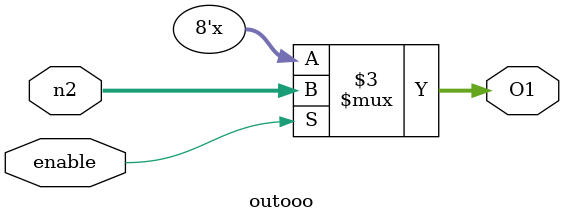
<source format=sv>
/* Decodificador  binÃƒÆ’Ã†â€™Ãƒâ€šÃ‚Â¯ÃƒÆ’Ã¢â‚¬Å¡Ãƒâ€šÃ‚Â¿ÃƒÆ’Ã¢â‚¬Å¡Ãƒâ€šÃ‚Â½rio para display 8 segmentos */

module decoder8NOVO (In, Out);
	input [3:0] In;
	output reg[7:0] Out;

	always @(*)	
		case (In)
			4'b0000 : Out = 8'b00000000; 
			4'b0001 : Out = 8'b00000001;
			4'b0010 : Out = 8'b00000010; 
			4'b0011 : Out = 8'b00000011; 

			4'b0100 : Out = 8'b00000100; 
			4'b0101 : Out = 8'b00000101; 
			4'b0110 : Out = 8'b00000110; 
			4'b0111 : Out = 8'b00000111; 
 
			4'b1000 : Out = 8'b00001000; 
			4'b1001 : Out = 8'b00001001;
			4'b1010 : Out = 8'b00001010; 
			4'b1011 : Out = 8'b00001011; 

			4'b1100 : Out = 8'b00001100; 
			4'b1101 : Out = 8'b00001101; 
			4'b1110 : Out = 8'b00001110; 
			4'b1111 : Out = 8'b00001111; 
	
			default : Out = 8'b00000000;
		endcase
		
endmodule

module outooo (n2, enable, O1);
	input [7:0] n2;
	input enable;
	output reg[7:0] O1;


	always @(*)	
	if(enable)
	begin
		O1 = n2;
	
		
	end
		
endmodule
</source>
